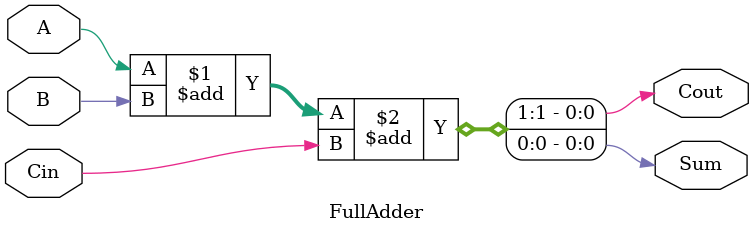
<source format=v>
`timescale 1ns / 1ps


module FullAdder(
    input A, B, Cin,
    output Sum, Cout
    );
    
    assign {Cout, Sum} = A + B + Cin;
    
endmodule
</source>
